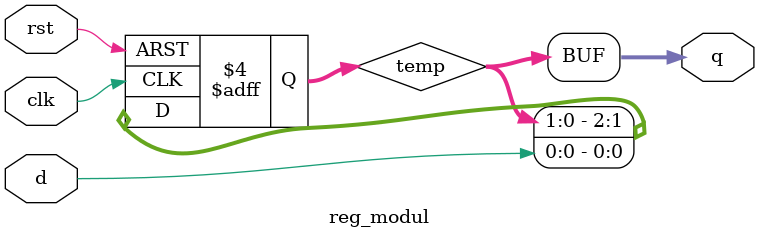
<source format=v>
`timescale 1ns / 1ps
module reg_modul(
			input d,
			input clk,
			input rst,
			output [2:0]q
    );
 reg [2:0]temp;
			always @(posedge clk, posedge rst)
			begin
			if (rst==1'b1)
				temp<=3'b000;
			else
				begin
					temp<=temp<<1'b1;
					temp[0]<=d;
				end
			end
			
			assign q=temp;

endmodule

</source>
